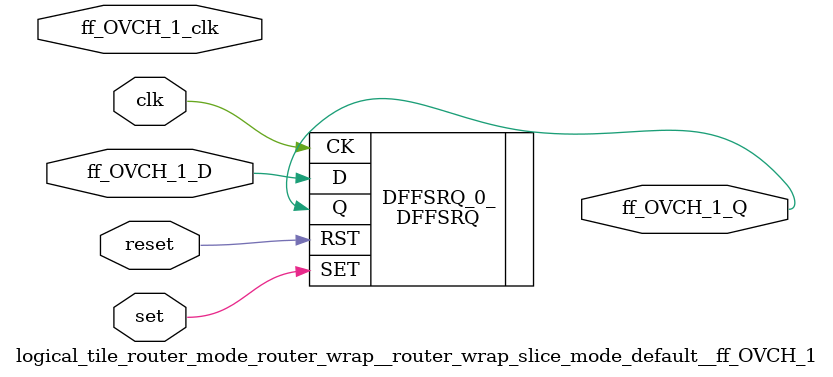
<source format=v>
`default_nettype none

module logical_tile_router_mode_router_wrap__router_wrap_slice_mode_default__ff_OVCH_1(set,
                                                                                       reset,
                                                                                       clk,
                                                                                       ff_OVCH_1_D,
                                                                                       ff_OVCH_1_Q,
                                                                                       ff_OVCH_1_clk);
//----- GLOBAL PORTS -----
input [0:0] set;
//----- GLOBAL PORTS -----
input [0:0] reset;
//----- GLOBAL PORTS -----
input [0:0] clk;
//----- INPUT PORTS -----
input [0:0] ff_OVCH_1_D;
//----- OUTPUT PORTS -----
output [0:0] ff_OVCH_1_Q;
//----- CLOCK PORTS -----
input [0:0] ff_OVCH_1_clk;

//----- BEGIN wire-connection ports -----
wire [0:0] ff_OVCH_1_D;
wire [0:0] ff_OVCH_1_Q;
wire [0:0] ff_OVCH_1_clk;
//----- END wire-connection ports -----


//----- BEGIN Registered ports -----
//----- END Registered ports -----



// ----- BEGIN Local short connections -----
// ----- END Local short connections -----
// ----- BEGIN Local output short connections -----
// ----- END Local output short connections -----

	DFFSRQ DFFSRQ_0_ (
		.SET(set),
		.RST(reset),
		.CK(clk),
		.D(ff_OVCH_1_D),
		.Q(ff_OVCH_1_Q));

endmodule
// ----- END Verilog module for logical_tile_router_mode_router_wrap__router_wrap_slice_mode_default__ff_OVCH_1 -----

//----- Default net type -----
`default_nettype wire




</source>
